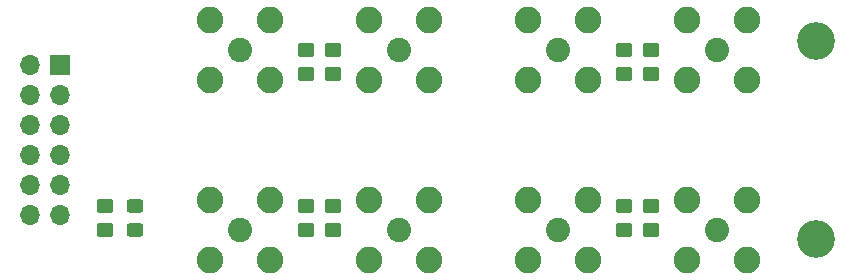
<source format=gts>
G04 #@! TF.GenerationSoftware,KiCad,Pcbnew,(6.0.6)*
G04 #@! TF.CreationDate,2022-07-31T00:45:43+09:00*
G04 #@! TF.ProjectId,mt_pmodsma,6d745f70-6d6f-4647-936d-612e6b696361,rev?*
G04 #@! TF.SameCoordinates,Original*
G04 #@! TF.FileFunction,Soldermask,Top*
G04 #@! TF.FilePolarity,Negative*
%FSLAX46Y46*%
G04 Gerber Fmt 4.6, Leading zero omitted, Abs format (unit mm)*
G04 Created by KiCad (PCBNEW (6.0.6)) date 2022-07-31 00:45:43*
%MOMM*%
%LPD*%
G01*
G04 APERTURE LIST*
G04 Aperture macros list*
%AMRoundRect*
0 Rectangle with rounded corners*
0 $1 Rounding radius*
0 $2 $3 $4 $5 $6 $7 $8 $9 X,Y pos of 4 corners*
0 Add a 4 corners polygon primitive as box body*
4,1,4,$2,$3,$4,$5,$6,$7,$8,$9,$2,$3,0*
0 Add four circle primitives for the rounded corners*
1,1,$1+$1,$2,$3*
1,1,$1+$1,$4,$5*
1,1,$1+$1,$6,$7*
1,1,$1+$1,$8,$9*
0 Add four rect primitives between the rounded corners*
20,1,$1+$1,$2,$3,$4,$5,0*
20,1,$1+$1,$4,$5,$6,$7,0*
20,1,$1+$1,$6,$7,$8,$9,0*
20,1,$1+$1,$8,$9,$2,$3,0*%
G04 Aperture macros list end*
%ADD10C,2.050000*%
%ADD11C,2.250000*%
%ADD12R,1.700000X1.700000*%
%ADD13O,1.700000X1.700000*%
%ADD14RoundRect,0.250000X-0.450000X0.350000X-0.450000X-0.350000X0.450000X-0.350000X0.450000X0.350000X0*%
%ADD15RoundRect,0.250000X0.450000X-0.350000X0.450000X0.350000X-0.450000X0.350000X-0.450000X-0.350000X0*%
%ADD16RoundRect,0.250000X0.450000X-0.325000X0.450000X0.325000X-0.450000X0.325000X-0.450000X-0.325000X0*%
%ADD17C,3.200000*%
G04 APERTURE END LIST*
D10*
X138176000Y-119380000D03*
D11*
X135636000Y-116840000D03*
X135636000Y-121920000D03*
X140716000Y-116840000D03*
X140716000Y-121920000D03*
D12*
X82570000Y-105435000D03*
D13*
X80030000Y-105435000D03*
X82570000Y-107975000D03*
X80030000Y-107975000D03*
X82570000Y-110515000D03*
X80030000Y-110515000D03*
X82570000Y-113055000D03*
X80030000Y-113055000D03*
X82570000Y-115595000D03*
X80030000Y-115595000D03*
X82570000Y-118135000D03*
X80030000Y-118135000D03*
D14*
X130302000Y-104140000D03*
X130302000Y-106140000D03*
D10*
X97790000Y-119380000D03*
D11*
X100330000Y-116840000D03*
X95250000Y-121920000D03*
X95250000Y-116840000D03*
X100330000Y-121920000D03*
D14*
X105664000Y-104140000D03*
X105664000Y-106140000D03*
D10*
X111252000Y-119380000D03*
D11*
X108712000Y-121920000D03*
X113792000Y-121920000D03*
X108712000Y-116840000D03*
X113792000Y-116840000D03*
D10*
X111252000Y-104140000D03*
D11*
X113792000Y-106680000D03*
X113792000Y-101600000D03*
X108712000Y-106680000D03*
X108712000Y-101600000D03*
D15*
X130302000Y-119364000D03*
X130302000Y-117364000D03*
D16*
X88900000Y-119380000D03*
X88900000Y-117330000D03*
D17*
X146558000Y-103378000D03*
D15*
X105664000Y-119364000D03*
X105664000Y-117364000D03*
D10*
X138176000Y-104140000D03*
D11*
X135636000Y-101600000D03*
X135636000Y-106680000D03*
X140716000Y-101600000D03*
X140716000Y-106680000D03*
D10*
X124714000Y-119380000D03*
D11*
X122174000Y-116840000D03*
X127254000Y-121920000D03*
X127254000Y-116840000D03*
X122174000Y-121920000D03*
D17*
X146558000Y-120142000D03*
D14*
X132588000Y-104140000D03*
X132588000Y-106140000D03*
D10*
X97790000Y-104140000D03*
D11*
X100330000Y-101600000D03*
X95250000Y-101600000D03*
X100330000Y-106680000D03*
X95250000Y-106680000D03*
D14*
X86360000Y-117380000D03*
X86360000Y-119380000D03*
D15*
X103378000Y-119348000D03*
X103378000Y-117348000D03*
D14*
X103378000Y-104140000D03*
X103378000Y-106140000D03*
D10*
X124714000Y-104140000D03*
D11*
X122174000Y-106680000D03*
X127254000Y-101600000D03*
X122174000Y-101600000D03*
X127254000Y-106680000D03*
D15*
X132588000Y-119364000D03*
X132588000Y-117364000D03*
M02*

</source>
